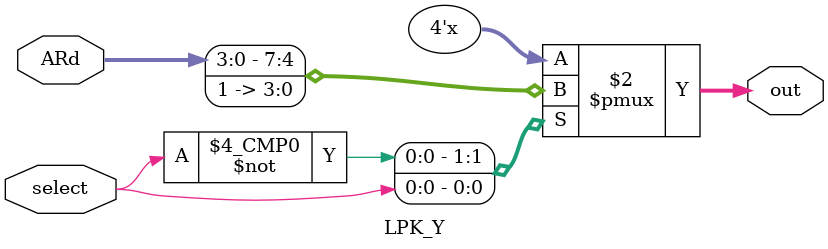
<source format=sv>
module LPK_Y(
	input [3:0] ARd,
	input select,
	output reg [3:0] out
);

always_comb begin
	case(select)
		0: 		out = ARd;
		1: 		out = 15;
		default: out = 0;
	endcase
end

endmodule
</source>
